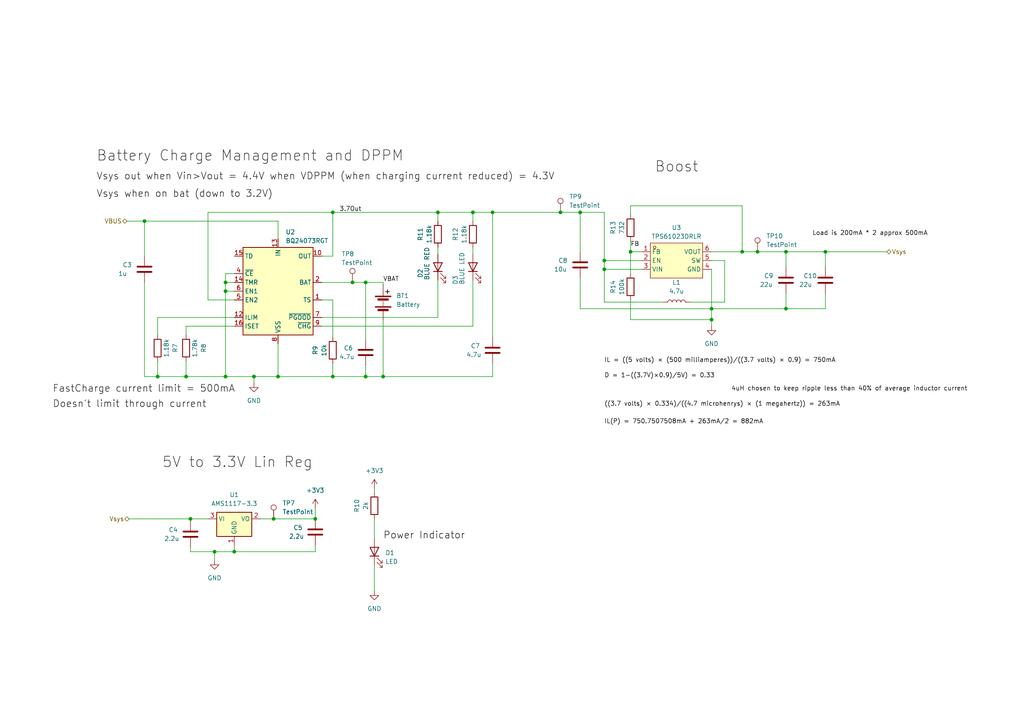
<source format=kicad_sch>
(kicad_sch (version 20230121) (generator eeschema)
  (paper "A4")
  (lib_symbols
    (symbol "Battery_Management:BQ24073RGT"
      (property "Reference" "U" (at -8.89 13.97 0))
      (property "Value" "BQ24073RGT" (at 16.51 13.97 0))
      (symbol "BQ24073RGT_0_1"
        (rectangle (start -10.16 12.7) (end 10.16 -12.7) (stroke (width 0.254)) (fill (type background)))
      )
      (symbol "BQ24073RGT_1_1"
        (pin passive line (at 12.7 -2.54 180) (length 2.54) (name "TS") (number "1"))
        (pin power_out line (at 12.7 10.16 180) (length 2.54) (name "OUT") (number "10"))
        (pin passive line (at 12.7 10.16 180) (length 2.54) hide (name "OUT") (number "11"))
        (pin passive line (at -12.7 -7.62 0) (length 2.54) (name "ILIM") (number "12"))
        (pin power_in line (at 0 15.24 270) (length 2.54) (name "IN") (number "13"))
        (pin input line (at -12.7 2.54 0) (length 2.54) (name "TMR") (number "14"))
        (pin input line (at -12.7 10.16 0) (length 2.54) (name "TD") (number "15"))
        (pin passive line (at -12.7 -10.16 0) (length 2.54) (name "ISET") (number "16"))
        (pin passive line (at 0 -15.24 90) (length 2.54) hide (name "VSS") (number "17"))
        (pin power_out line (at 12.7 2.54 180) (length 2.54) (name "BAT") (number "2"))
        (pin passive line (at 12.7 2.54 180) (length 2.54) hide (name "BAT") (number "3"))
        (pin input line (at -12.7 5.08 0) (length 2.54) (name "~{CE}") (number "4"))
        (pin input line (at -12.7 -2.54 0) (length 2.54) (name "EN2") (number "5"))
        (pin input line (at -12.7 0 0) (length 2.54) (name "EN1") (number "6"))
        (pin open_collector line (at 12.7 -7.62 180) (length 2.54) (name "~{PGOOD}") (number "7"))
        (pin power_in line (at 0 -15.24 90) (length 2.54) (name "VSS") (number "8"))
        (pin open_collector line (at 12.7 -10.16 180) (length 2.54) (name "~{CHG}") (number "9"))
      )
    )
    (symbol "Connector:TestPoint" (pin_numbers hide) (pin_names (offset 0.762) hide)
      (property "Reference" "TP" (at 0 6.858 0))
      (property "Value" "TestPoint" (at 0 5.08 0))
      (symbol "TestPoint_0_1"
        (circle (center 0 3.302) (radius 0.762))
      )
      (symbol "TestPoint_1_1"
        (pin passive line (at 0 0 90) (length 2.54) (name "1") (number "1"))
      )
    )
    (symbol "Device:Battery" (pin_numbers hide) (pin_names (offset 0) hide)
      (property "Reference" "BT" (at 2.54 2.54 0))
      (property "Value" "Battery" (at 2.54 0 0))
      (symbol "Battery_0_1"
        (rectangle (start -2.286 -1.27) (end 2.286 -1.524) (fill (type outline)))
        (rectangle (start -2.286 1.778) (end 2.286 1.524) (fill (type outline)))
        (rectangle (start -1.524 -2.032) (end 1.524 -2.54) (fill (type outline)))
        (rectangle (start -1.524 1.016) (end 1.524 0.508) (fill (type outline)))
        (polyline (pts (xy 0 -1.016) (xy 0 -0.762)))
        (polyline (pts (xy 0 -0.508) (xy 0 -0.254)))
        (polyline (pts (xy 0 0) (xy 0 0.254)))
        (polyline (pts (xy 0 1.778) (xy 0 2.54)))
        (polyline (pts (xy 0.762 3.048) (xy 1.778 3.048)) (stroke (width 0.254)))
        (polyline (pts (xy 1.27 3.556) (xy 1.27 2.54)) (stroke (width 0.254)))
      )
      (symbol "Battery_1_1"
        (pin passive line (at 0 5.08 270) (length 2.54) (name "+") (number "1"))
        (pin passive line (at 0 -5.08 90) (length 2.54) (name "-") (number "2"))
      )
    )
    (symbol "Device:C" (pin_numbers hide) (pin_names (offset 0.254))
      (property "Reference" "C" (at 0.635 2.54 0))
      (property "Value" "C" (at 0.635 -2.54 0))
      (symbol "C_0_1"
        (polyline (pts (xy -2.032 -0.762) (xy 2.032 -0.762)) (stroke (width 0.508)))
        (polyline (pts (xy -2.032 0.762) (xy 2.032 0.762)) (stroke (width 0.508)))
      )
      (symbol "C_1_1"
        (pin passive line (at 0 3.81 270) (length 2.794) (name "~") (number "1"))
        (pin passive line (at 0 -3.81 90) (length 2.794) (name "~") (number "2"))
      )
    )
    (symbol "Device:L" (pin_numbers hide) (pin_names (offset 1.016) hide)
      (property "Reference" "L" (at -1.27 0 90))
      (property "Value" "L" (at 1.905 0 90))
      (symbol "L_0_1"
        (arc (start 0 -2.54) (mid 0.6323 -1.905) (end 0 -1.27))
        (arc (start 0 -1.27) (mid 0.6323 -0.635) (end 0 0))
        (arc (start 0 0) (mid 0.6323 0.635) (end 0 1.27))
        (arc (start 0 1.27) (mid 0.6323 1.905) (end 0 2.54))
      )
      (symbol "L_1_1"
        (pin passive line (at 0 3.81 270) (length 1.27) (name "1") (number "1"))
        (pin passive line (at 0 -3.81 90) (length 1.27) (name "2") (number "2"))
      )
    )
    (symbol "Device:LED" (pin_numbers hide) (pin_names (offset 1.016) hide)
      (property "Reference" "D" (at 0 2.54 0))
      (property "Value" "LED" (at 0 -2.54 0))
      (symbol "LED_0_1"
        (polyline (pts (xy -1.27 -1.27) (xy -1.27 1.27)) (stroke (width 0.254)))
        (polyline (pts (xy -1.27 0) (xy 1.27 0)))
        (polyline (pts (xy 1.27 -1.27) (xy 1.27 1.27) (xy -1.27 0) (xy 1.27 -1.27)) (stroke (width 0.254)))
        (polyline (pts (xy -3.048 -0.762) (xy -4.572 -2.286) (xy -3.81 -2.286) (xy -4.572 -2.286) (xy -4.572 -1.524)))
        (polyline (pts (xy -1.778 -0.762) (xy -3.302 -2.286) (xy -2.54 -2.286) (xy -3.302 -2.286) (xy -3.302 -1.524)))
      )
      (symbol "LED_1_1"
        (pin passive line (at -3.81 0 0) (length 2.54) (name "K") (number "1"))
        (pin passive line (at 3.81 0 180) (length 2.54) (name "A") (number "2"))
      )
    )
    (symbol "Device:R" (pin_numbers hide) (pin_names (offset 0))
      (property "Reference" "R" (at 2.032 0 90))
      (property "Value" "R" (at 0 0 90))
      (symbol "R_0_1"
        (rectangle (start -1.016 -2.54) (end 1.016 2.54) (stroke (width 0.254)))
      )
      (symbol "R_1_1"
        (pin passive line (at 0 3.81 270) (length 1.27) (name "~") (number "1"))
        (pin passive line (at 0 -3.81 90) (length 1.27) (name "~") (number "2"))
      )
    )
    (symbol "Regulator_Linear:AMS1117-3.3"
      (property "Reference" "U" (at -3.81 3.175 0))
      (property "Value" "AMS1117-3.3" (at 0 3.175 0))
      (symbol "AMS1117-3.3_0_1"
        (rectangle (start -5.08 -5.08) (end 5.08 1.905) (stroke (width 0.254)) (fill (type background)))
      )
      (symbol "AMS1117-3.3_1_1"
        (pin power_in line (at 0 -7.62 90) (length 2.54) (name "GND") (number "1"))
        (pin power_out line (at 7.62 0 180) (length 2.54) (name "VO") (number "2"))
        (pin power_in line (at -7.62 0 0) (length 2.54) (name "VI") (number "3"))
      )
    )
    (symbol "easyeda2kicad:TPS61023DRLR"
      (property "Reference" "U" (at 0 7.62 0))
      (property "Value" "TPS61023DRLR" (at 0 -7.62 0))
      (symbol "TPS61023DRLR_0_1"
        (rectangle (start -7.62 5.08) (end 7.62 -5.08) (fill (type background)))
        (circle (center -6.35 3.81) (radius 0.38))
        (pin unspecified line (at -10.16 2.54 0) (length 2.54) (name "FB") (number "1"))
        (pin unspecified line (at -10.16 0 0) (length 2.54) (name "EN") (number "2"))
        (pin unspecified line (at -10.16 -2.54 0) (length 2.54) (name "VIN") (number "3"))
        (pin unspecified line (at 10.16 -2.54 180) (length 2.54) (name "GND") (number "4"))
        (pin unspecified line (at 10.16 0 180) (length 2.54) (name "SW") (number "5"))
        (pin unspecified line (at 10.16 2.54 180) (length 2.54) (name "VOUT") (number "6"))
      )
    )
    (symbol "power:+3V3" (power) (pin_names (offset 0))
      (property "Value" "+3V3" (at 0 3.556 0))
      (symbol "+3V3_0_1"
        (polyline (pts (xy -0.762 1.27) (xy 0 2.54)))
        (polyline (pts (xy 0 0) (xy 0 2.54)))
        (polyline (pts (xy 0 2.54) (xy 0.762 1.27)))
      )
      (symbol "+3V3_1_1"
        (pin power_in line (at 0 0 90) (length 0) hide (name "+3V3") (number "1"))
      )
    )
    (symbol "power:GND" (power) (pin_names (offset 0))
      (property "Value" "GND" (at 0 -3.81 0))
      (symbol "GND_0_1"
        (polyline (pts (xy 0 0) (xy 0 -1.27) (xy 1.27 -1.27) (xy 0 -2.54) (xy -1.27 -1.27) (xy 0 -1.27)))
      )
      (symbol "GND_1_1"
        (pin power_in line (at 0 0 270) (length 0) hide (name "GND") (number "1"))
      )
    )
  )
  (junction (at 53.975 109.22))
  (junction (at 227.965 73.025))
  (junction (at 106.045 109.22))
  (junction (at 127 61.595))
  (junction (at 106.045 81.915))
  (junction (at 41.91 64.135))
  (junction (at 206.375 92.71))
  (junction (at 67.945 160.02))
  (junction (at 73.66 109.22))
  (junction (at 55.245 150.495))
  (junction (at 96.52 61.595))
  (junction (at 65.405 109.22))
  (junction (at 65.405 81.915))
  (junction (at 162.56 61.595))
  (junction (at 137.16 61.595))
  (junction (at 65.405 84.455))
  (junction (at 175.26 75.565))
  (junction (at 175.26 78.105))
  (junction (at 168.275 61.595))
  (junction (at 219.71 73.025))
  (junction (at 45.72 109.22))
  (junction (at 80.645 109.22))
  (junction (at 79.375 150.495))
  (junction (at 227.965 89.535))
  (junction (at 215.265 73.025))
  (junction (at 91.44 150.495))
  (junction (at 182.88 73.025))
  (junction (at 96.52 109.22))
  (junction (at 142.875 61.595))
  (junction (at 239.395 73.025))
  (junction (at 62.23 160.02))
  (junction (at 102.235 81.915))
  (junction (at 206.375 89.535))
  (junction (at 111.125 109.22))
  (wire (pts (xy 182.88 92.71) (xy 206.375 92.71)))
  (wire (pts (xy 137.16 61.595) (xy 142.875 61.595)))
  (wire (pts (xy 137.16 64.135) (xy 137.16 61.595)))
  (wire (pts (xy 62.23 160.02) (xy 62.23 162.56)))
  (wire (pts (xy 106.045 98.425) (xy 106.045 81.915)))
  (wire (pts (xy 41.91 64.135) (xy 41.91 74.295)))
  (wire (pts (xy 91.44 160.02) (xy 91.44 158.115)))
  (wire (pts (xy 175.26 78.105) (xy 186.055 78.105)))
  (wire (pts (xy 79.375 150.495) (xy 91.44 150.495)))
  (wire (pts (xy 65.405 109.22) (xy 73.66 109.22)))
  (wire (pts (xy 182.88 73.025) (xy 182.88 79.375)))
  (wire (pts (xy 60.325 86.995) (xy 60.325 61.595)))
  (wire (pts (xy 175.26 75.565) (xy 186.055 75.565)))
  (wire (pts (xy 182.88 59.69) (xy 215.265 59.69)))
  (wire (pts (xy 55.245 150.495) (xy 60.325 150.495)))
  (wire (pts (xy 162.56 61.595) (xy 168.275 61.595)))
  (wire (pts (xy 111.125 82.55) (xy 111.125 81.915)))
  (wire (pts (xy 239.395 89.535) (xy 227.965 89.535)))
  (wire (pts (xy 168.275 61.595) (xy 168.275 73.025)))
  (wire (pts (xy 182.88 69.85) (xy 182.88 73.025)))
  (wire (pts (xy 53.975 104.775) (xy 53.975 109.22)))
  (wire (pts (xy 127 73.66) (xy 127 71.755)))
  (wire (pts (xy 106.045 106.045) (xy 106.045 109.22)))
  (wire (pts (xy 41.91 81.915) (xy 41.91 109.22)))
  (wire (pts (xy 45.72 92.075) (xy 67.945 92.075)))
  (wire (pts (xy 206.375 92.71) (xy 206.375 94.615)))
  (wire (pts (xy 96.52 105.41) (xy 96.52 109.22)))
  (wire (pts (xy 175.26 61.595) (xy 175.26 75.565)))
  (wire (pts (xy 36.83 64.135) (xy 41.91 64.135)))
  (wire (pts (xy 93.345 86.995) (xy 96.52 86.995)))
  (wire (pts (xy 67.945 79.375) (xy 65.405 79.375)))
  (wire (pts (xy 96.52 109.22) (xy 106.045 109.22)))
  (wire (pts (xy 67.945 84.455) (xy 65.405 84.455)))
  (wire (pts (xy 142.875 109.22) (xy 111.125 109.22)))
  (wire (pts (xy 55.245 160.02) (xy 62.23 160.02)))
  (wire (pts (xy 168.275 89.535) (xy 168.275 80.645)))
  (wire (pts (xy 200.025 87.63) (xy 210.185 87.63)))
  (wire (pts (xy 175.26 87.63) (xy 192.405 87.63)))
  (wire (pts (xy 102.235 81.915) (xy 106.045 81.915)))
  (wire (pts (xy 215.265 73.025) (xy 219.71 73.025)))
  (wire (pts (xy 227.965 85.09) (xy 227.965 89.535)))
  (wire (pts (xy 65.405 84.455) (xy 65.405 109.22)))
  (wire (pts (xy 96.52 97.79) (xy 96.52 86.995)))
  (wire (pts (xy 65.405 79.375) (xy 65.405 81.915)))
  (wire (pts (xy 53.975 94.615) (xy 53.975 97.155)))
  (wire (pts (xy 142.875 61.595) (xy 142.875 97.79)))
  (wire (pts (xy 45.72 109.22) (xy 53.975 109.22)))
  (wire (pts (xy 60.325 61.595) (xy 96.52 61.595)))
  (wire (pts (xy 80.645 109.22) (xy 96.52 109.22)))
  (wire (pts (xy 182.88 73.025) (xy 186.055 73.025)))
  (wire (pts (xy 127 61.595) (xy 127 64.135)))
  (wire (pts (xy 67.945 94.615) (xy 53.975 94.615)))
  (wire (pts (xy 91.44 150.495) (xy 91.44 147.32)))
  (wire (pts (xy 127 61.595) (xy 137.16 61.595)))
  (wire (pts (xy 108.585 163.83) (xy 108.585 171.45)))
  (wire (pts (xy 215.265 59.69) (xy 215.265 73.025)))
  (wire (pts (xy 175.26 75.565) (xy 175.26 78.105)))
  (wire (pts (xy 73.66 109.22) (xy 73.66 111.125)))
  (wire (pts (xy 227.965 77.47) (xy 227.965 73.025)))
  (wire (pts (xy 106.045 81.915) (xy 111.125 81.915)))
  (wire (pts (xy 175.26 87.63) (xy 175.26 78.105)))
  (wire (pts (xy 257.175 73.025) (xy 239.395 73.025)))
  (wire (pts (xy 239.395 77.47) (xy 239.395 73.025)))
  (wire (pts (xy 73.66 109.22) (xy 80.645 109.22)))
  (wire (pts (xy 80.645 64.135) (xy 80.645 69.215)))
  (wire (pts (xy 67.945 160.02) (xy 67.945 158.115)))
  (wire (pts (xy 45.72 104.775) (xy 45.72 109.22)))
  (wire (pts (xy 96.52 61.595) (xy 127 61.595)))
  (wire (pts (xy 55.245 151.13) (xy 55.245 150.495)))
  (wire (pts (xy 53.975 109.22) (xy 65.405 109.22)))
  (wire (pts (xy 206.375 89.535) (xy 206.375 92.71)))
  (wire (pts (xy 239.395 73.025) (xy 227.965 73.025)))
  (wire (pts (xy 206.375 89.535) (xy 227.965 89.535)))
  (wire (pts (xy 239.395 85.09) (xy 239.395 89.535)))
  (wire (pts (xy 127 81.28) (xy 127 92.075)))
  (wire (pts (xy 137.16 73.66) (xy 137.16 71.755)))
  (wire (pts (xy 45.72 97.155) (xy 45.72 92.075)))
  (wire (pts (xy 111.125 92.71) (xy 111.125 109.22)))
  (wire (pts (xy 67.945 160.02) (xy 91.44 160.02)))
  (wire (pts (xy 206.375 78.105) (xy 206.375 89.535)))
  (wire (pts (xy 37.465 150.495) (xy 55.245 150.495)))
  (wire (pts (xy 75.565 150.495) (xy 79.375 150.495)))
  (wire (pts (xy 93.345 94.615) (xy 137.16 94.615)))
  (wire (pts (xy 67.945 86.995) (xy 60.325 86.995)))
  (wire (pts (xy 210.185 75.565) (xy 206.375 75.565)))
  (wire (pts (xy 96.52 61.595) (xy 96.52 74.295)))
  (wire (pts (xy 108.585 150.495) (xy 108.585 156.21)))
  (wire (pts (xy 62.23 160.02) (xy 67.945 160.02)))
  (wire (pts (xy 106.045 109.22) (xy 111.125 109.22)))
  (wire (pts (xy 108.585 141.605) (xy 108.585 142.875)))
  (wire (pts (xy 93.345 92.075) (xy 127 92.075)))
  (wire (pts (xy 80.645 99.695) (xy 80.645 109.22)))
  (wire (pts (xy 65.405 84.455) (xy 65.405 81.915)))
  (wire (pts (xy 93.345 74.295) (xy 96.52 74.295)))
  (wire (pts (xy 137.16 81.28) (xy 137.16 94.615)))
  (wire (pts (xy 93.345 81.915) (xy 102.235 81.915)))
  (wire (pts (xy 168.275 89.535) (xy 206.375 89.535)))
  (wire (pts (xy 142.875 61.595) (xy 162.56 61.595)))
  (wire (pts (xy 41.91 109.22) (xy 45.72 109.22)))
  (wire (pts (xy 55.245 160.02) (xy 55.245 158.75)))
  (wire (pts (xy 182.88 59.69) (xy 182.88 62.23)))
  (wire (pts (xy 65.405 81.915) (xy 67.945 81.915)))
  (wire (pts (xy 142.875 105.41) (xy 142.875 109.22)))
  (wire (pts (xy 210.185 87.63) (xy 210.185 75.565)))
  (wire (pts (xy 215.265 73.025) (xy 206.375 73.025)))
  (wire (pts (xy 227.965 73.025) (xy 219.71 73.025)))
  (wire (pts (xy 182.88 86.995) (xy 182.88 92.71)))
  (wire (pts (xy 41.91 64.135) (xy 80.645 64.135)))
  (wire (pts (xy 168.275 61.595) (xy 175.26 61.595)))
  (label "Boost" (at 189.865 50.8 0) (effects (font (size 3 3))))
  (label "Power Indicator" (at 111.125 156.845 0) (effects (font (size 2 2))))
  (label "Doesn't limit through current" (at 15.24 118.745 0) (effects (font (size 2 2))))
  (label "4uH chosen to keep ripple less than 40% of average inductor current" (at 212.09 113.665 0))
  (label "FastCharge current limit = 500mA" (at 15.24 114.3 0) (effects (font (size 2 2))))
  (label "((3.7 volts) × 0.334){slash}((4.7 microhenrys) × (1 megahertz)) = 263mA" (at 175.26 118.11 0))
  (label "Vsys when on bat (down to 3.2V)" (at 27.94 57.785 0) (effects (font (size 2 2))))
  (label "5V to 3.3V Lin Reg" (at 46.99 136.525 0) (effects (font (size 3 3))))
  (label "VBAT" (at 111.125 81.915 0))
  (label "Battery Charge Management and DPPM" (at 27.94 47.625 0) (effects (font (size 3 3))))
  (label "D = 1−((3.7V)×0.9){slash}5V) = 0.33" (at 175.26 109.855 0))
  (label "IL(P) = 750.750 750 8 mA + 263mA{slash}2 = 882mA" (at 175.26 123.19 0))
  (label "Load is 200mA * 2 approx 500mA" (at 235.585 68.58 0))
  (label "3.7Out" (at 98.425 61.595 0))
  (label "FB" (at 182.88 71.755 0))
  (label "Vsys out when Vin>Vout = 4.4V when VDPPM (when charging current reduced) = 4.3V" (at 27.94 52.705 0) (effects (font (size 2 2))))
  (label "IL = ((5 volts) × (500 milliamperes)){slash}((3.7 volts) × 0.9) = 750mA" (at 175.26 105.41 0))
  (hierarchical_label "VBUS" (shape bidirectional) (at 36.83 64.135 180))
  (hierarchical_label "Vsys" (shape bidirectional) (at 257.175 73.025 0))
  (hierarchical_label "Vsys" (shape bidirectional) (at 37.465 150.495 180))
  (symbol (lib_id "Device:LED") (at 108.585 160.02 90) (unit 1)
    (property "Reference" "D1" (at 111.76 160.3375 90) (effects (justify right)))
    (property "Value" "LED" (at 111.76 162.8775 90) (effects (justify right)))
    (property "Footprint" "LED_SMD:LED_0603_1608Metric_Pad1.05x0.95mm_HandSolder" (effects hide))
    (instances (project "Combine" (path "" (reference "D1") (unit 1))) (project "Dock" (path "" (reference "D5") (unit 1))))
  )
  (symbol (lib_id "Device:L") (at 196.215 87.63 90) (unit 1)
    (property "Reference" "L1" (at 196.215 81.915 90))
    (property "Value" "4.7u" (at 196.215 84.455 90))
    (property "Footprint" "easyeda2kicad:IND-SMD_L5.2-W5.2_YSPI0530" (effects hide))
    (property "LCSC Part" "C2836880" (effects hide))
  )
  (symbol (lib_id "Device:R") (at 53.975 100.965 0) (unit 1)
    (property "Reference" "R8" (at 59.055 100.965 90))
    (property "Value" "1.78k" (at 56.515 100.965 90))
    (property "Footprint" "Resistor_SMD:R_0402_1005Metric_Pad0.72x0.64mm_HandSolder" (effects hide))
    (property "LCSC Part" "C5121514" (effects hide))
    (instances (project "Combine" (path "" (reference "R8") (unit 1))) (project "Dock" (path "" (reference "R12") (unit 1)) (path "" (reference "R14") (unit 1))) (project "BLEEarrings" (path "" (reference "R8") (unit 1)) (path "" (reference "R2") (unit 1))))
  )
  (symbol (lib_id "Connector:TestPoint") (at 102.235 81.915 0) (unit 1)
    (property "Reference" "TP8" (at 99.06 73.66 0) (effects (justify left)))
    (property "Value" "TestPoint" (at 99.06 76.2 0) (effects (justify left)))
    (property "Footprint" "TestPoint:TestPoint_Pad_D1.0mm" (effects hide))
    (instances (project "Combine" (path "" (reference "TP8") (unit 1))) (project "Dock" (path "" (reference "TP1") (unit 1)) (path "" (reference "TP8") (unit 1))))
  )
  (symbol (lib_id "Device:R") (at 137.16 67.945 180) (unit 1)
    (property "Reference" "R12" (at 132.08 67.945 90))
    (property "Value" "1.18k" (at 134.62 67.945 90))
    (property "Footprint" "Resistor_SMD:R_0402_1005Metric_Pad0.72x0.64mm_HandSolder" (effects hide))
    (property "LCSC Part" "C3016052" (effects hide))
    (instances (project "Combine" (path "" (reference "R12") (unit 1))) (project "Dock" (path "" (reference "R12") (unit 1)) (path "" (reference "R16") (unit 1))) (project "BLEEarrings" (path "" (reference "R8") (unit 1)) (path "" (reference "R2") (unit 1))))
  )
  (symbol (lib_id "Device:C") (at 106.045 102.235 0) (unit 1)
    (property "Reference" "C6" (at 99.695 100.965 0) (effects (justify left)))
    (property "Value" "4.7u" (at 98.425 103.505 0) (effects (justify left)))
    (property "Footprint" "Capacitor_SMD:C_0402_1005Metric_Pad0.74x0.62mm_HandSolder" (effects hide))
    (property "LCSC Part" "C307423 " (effects hide))
    (instances (project "Combine" (path "" (reference "C6") (unit 1))) (project "Dock" (path "" (reference "C12") (unit 1))) (project "BLEEarrings" (path "" (reference "C2") (unit 1)) (path "" (reference "C18") (unit 1))))
  )
  (symbol (lib_id "Device:C") (at 239.395 81.28 0) (unit 1)
    (property "Reference" "C10" (at 233.045 80.01 0) (effects (justify left)))
    (property "Value" "22u" (at 231.775 82.55 0) (effects (justify left)))
    (property "Footprint" "Capacitor_SMD:C_0603_1608Metric_Pad1.08x0.95mm_HandSolder" (effects hide))
    (property "LCSC Part" "C59461" (effects hide))
    (instances (project "Combine" (path "" (reference "C10") (unit 1))) (project "Dock" (path "" (reference "C17") (unit 1))) (project "BLEEarrings" (path "" (reference "C2") (unit 1)) (path "" (reference "C18") (unit 1))))
  )
  (symbol (lib_id "Device:C") (at 55.245 154.94 0) (unit 1)
    (property "Reference" "C4" (at 48.895 153.67 0) (effects (justify left)))
    (property "Value" "2.2u" (at 47.625 156.21 0) (effects (justify left)))
    (property "Footprint" "Capacitor_SMD:C_0402_1005Metric_Pad0.74x0.62mm_HandSolder" (effects hide))
    (property "LCSC Part" "C12530" (effects hide))
    (instances (project "Combine" (path "" (reference "C4") (unit 1))) (project "Dock" (path "" (reference "C13") (unit 1))) (project "BLEEarrings" (path "" (reference "C2") (unit 1)) (path "" (reference "C18") (unit 1))))
  )
  (symbol (lib_id "Device:C") (at 227.965 81.28 0) (unit 1)
    (property "Reference" "C9" (at 221.615 80.01 0) (effects (justify left)))
    (property "Value" "22u" (at 220.345 82.55 0) (effects (justify left)))
    (property "Footprint" "Capacitor_SMD:C_0603_1608Metric_Pad1.08x0.95mm_HandSolder" (effects hide))
    (property "LCSC Part" "C59461" (effects hide))
    (instances (project "Combine" (path "" (reference "C9") (unit 1))) (project "Dock" (path "" (reference "C16") (unit 1))) (project "BLEEarrings" (path "" (reference "C2") (unit 1)) (path "" (reference "C18") (unit 1))))
  )
  (symbol (lib_id "Connector:TestPoint") (at 162.56 61.595 0) (unit 1)
    (property "Reference" "TP9" (at 165.1 57.023 0) (effects (justify left)))
    (property "Value" "TestPoint" (at 165.1 59.563 0) (effects (justify left)))
    (property "Footprint" "TestPoint:TestPoint_Pad_D1.0mm" (effects hide))
    (instances (project "Combine" (path "" (reference "TP9") (unit 1))) (project "Dock" (path "" (reference "TP1") (unit 1)) (path "" (reference "TP7") (unit 1))))
  )
  (symbol (lib_id "power:GND") (at 108.585 171.45 0) (unit 1)
    (property "Reference" "#PWR010" (effects hide))
    (property "Value" "GND" (at 108.585 176.53 0))
    (instances (project "Combine" (path "" (reference "#PWR010") (unit 1))) (project "Dock" (path "" (reference "#PWR023") (unit 1))) (project "BLEEarrings" (path "" (reference "#PWR04") (unit 1)) (path "" (reference "#PWR04") (unit 1))))
  )
  (symbol (lib_id "Device:LED") (at 127 77.47 90) (unit 1)
    (property "Reference" "D2" (at 121.92 80.645 0) (effects (justify left)))
    (property "Value" "BLUE RED" (at 123.825 81.28 0) (effects (justify left)))
    (property "Footprint" "easyeda2kicad:SideStuckLED" (effects hide))
    (property "LCSC Part" "C389517" (effects hide))
    (instances (project "Combine" (path "" (reference "D2") (unit 1))) (project "Dock" (path "" (reference "D1") (unit 1)) (path "" (reference "D4") (unit 1))))
  )
  (symbol (lib_id "Device:R") (at 182.88 83.185 180) (unit 1)
    (property "Reference" "R14" (at 177.8 83.185 90))
    (property "Value" "100k" (at 180.34 83.185 90))
    (property "Footprint" "Resistor_SMD:R_0402_1005Metric_Pad0.72x0.64mm_HandSolder" (effects hide))
    (property "LCSC Part" "C60491 " (effects hide))
    (instances (project "Combine" (path "" (reference "R14") (unit 1))) (project "Dock" (path "" (reference "R12") (unit 1)) (path "" (reference "R19") (unit 1))) (project "BLEEarrings" (path "" (reference "R8") (unit 1)) (path "" (reference "R2") (unit 1))))
  )
  (symbol (lib_id "power:+3V3") (at 91.44 147.32 0) (unit 1)
    (property "Reference" "#PWR08" (effects hide))
    (property "Value" "+3V3" (at 91.44 142.24 0))
    (instances (project "Combine" (path "" (reference "#PWR08") (unit 1))) (project "Dock" (path "" (reference "#PWR025") (unit 1))))
  )
  (symbol (lib_id "easyeda2kicad:TPS61023DRLR") (at 196.215 75.565 0) (unit 1)
    (property "Reference" "U3" (at 196.215 66.04 0))
    (property "Value" "TPS61023DRLR" (at 196.215 68.58 0))
    (property "Footprint" "easyeda2kicad:SOT-563_L1.6-W1.2-P0.50-LS1.6-BR" (effects hide))
    (property "LCSC Part" "C919459" (effects hide))
    (instances (project "Combine" (path "" (reference "U3") (unit 1))) (project "Dock" (path "" (reference "U2") (unit 1))))
  )
  (symbol (lib_id "Device:C") (at 168.275 76.835 0) (unit 1)
    (property "Reference" "C8" (at 161.925 75.565 0) (effects (justify left)))
    (property "Value" "10u" (at 160.655 78.105 0) (effects (justify left)))
    (property "Footprint" "Capacitor_SMD:C_0402_1005Metric_Pad0.74x0.62mm_HandSolder" (effects hide))
    (property "LCSC Part" "C15525 " (effects hide))
    (instances (project "Combine" (path "" (reference "C8") (unit 1))) (project "Dock" (path "" (reference "C15") (unit 1))) (project "BLEEarrings" (path "" (reference "C2") (unit 1)) (path "" (reference "C18") (unit 1))))
  )
  (symbol (lib_id "Device:Battery") (at 111.125 87.63 0) (unit 1)
    (property "Reference" "BT1" (at 114.935 85.7885 0) (effects (justify left)))
    (property "Value" "Battery" (at 114.935 88.3285 0) (effects (justify left)))
    (property "Footprint" "easyeda2kicad:CONN-TH_S2B-PH-K-S-LF-SN" (effects hide))
    (property "LCSC Part" "C173752 " (effects hide))
    (instances (project "Combine" (path "" (reference "BT1") (unit 1))) (project "Dock" (path "" (reference "BT2") (unit 1))))
  )
  (symbol (lib_id "Device:LED") (at 137.16 77.47 90) (unit 1)
    (property "Reference" "D3" (at 132.08 82.55 0) (effects (justify left)))
    (property "Value" "BLUE LED" (at 133.985 82.55 0) (effects (justify left)))
    (property "Footprint" "easyeda2kicad:SideStuckLED" (effects hide))
    (property "LCSC Part" "C7371904 " (effects hide))
    (instances (project "Combine" (path "" (reference "D3") (unit 1))) (project "Dock" (path "" (reference "D1") (unit 1)) (path "" (reference "D3") (unit 1))))
  )
  (symbol (lib_id "Device:C") (at 142.875 101.6 0) (unit 1)
    (property "Reference" "C7" (at 136.525 100.33 0) (effects (justify left)))
    (property "Value" "4.7u" (at 135.255 102.87 0) (effects (justify left)))
    (property "Footprint" "Capacitor_SMD:C_0402_1005Metric_Pad0.74x0.62mm_HandSolder" (effects hide))
    (property "LCSC Part" "C307423 " (effects hide))
    (instances (project "Combine" (path "" (reference "C7") (unit 1))) (project "Dock" (path "" (reference "C6") (unit 1))) (project "BLEEarrings" (path "" (reference "C2") (unit 1)) (path "" (reference "C18") (unit 1))))
  )
  (symbol (lib_id "power:GND") (at 62.23 162.56 0) (unit 1)
    (property "Reference" "#PWR06" (effects hide))
    (property "Value" "GND" (at 62.23 167.64 0))
    (instances (project "Combine" (path "" (reference "#PWR06") (unit 1))) (project "Dock" (path "" (reference "#PWR024") (unit 1))) (project "BLEEarrings" (path "" (reference "#PWR04") (unit 1)) (path "" (reference "#PWR04") (unit 1))))
  )
  (symbol (lib_id "Device:R") (at 96.52 101.6 180) (unit 1)
    (property "Reference" "R9" (at 91.44 101.6 90))
    (property "Value" "10k" (at 93.98 101.6 90))
    (property "Footprint" "Resistor_SMD:R_0402_1005Metric_Pad0.72x0.64mm_HandSolder" (effects hide))
    (property "LCSC Part" "C60490 " (effects hide))
    (instances (project "Combine" (path "" (reference "R9") (unit 1))) (project "Dock" (path "" (reference "R12") (unit 1)) (path "" (reference "R18") (unit 1))) (project "BLEEarrings" (path "" (reference "R8") (unit 1)) (path "" (reference "R2") (unit 1))))
  )
  (symbol (lib_id "Connector:TestPoint") (at 79.375 150.495 0) (unit 1)
    (property "Reference" "TP7" (at 81.915 145.923 0) (effects (justify left)))
    (property "Value" "TestPoint" (at 81.915 148.463 0) (effects (justify left)))
    (property "Footprint" "TestPoint:TestPoint_Pad_D1.0mm" (effects hide))
    (instances (project "Combine" (path "" (reference "TP7") (unit 1))) (project "Dock" (path "" (reference "TP1") (unit 1)) (path "" (reference "TP10") (unit 1))))
  )
  (symbol (lib_id "Connector:TestPoint") (at 219.71 73.025 0) (unit 1)
    (property "Reference" "TP10" (at 222.25 68.453 0) (effects (justify left)))
    (property "Value" "TestPoint" (at 222.25 70.993 0) (effects (justify left)))
    (property "Footprint" "TestPoint:TestPoint_Pad_D1.0mm" (effects hide))
    (instances (project "Combine" (path "" (reference "TP10") (unit 1))) (project "Dock" (path "" (reference "TP1") (unit 1)) (path "" (reference "TP6") (unit 1))))
  )
  (symbol (lib_id "Battery_Management:BQ24073RGT") (at 80.645 84.455 0) (unit 1)
    (property "Reference" "U2" (at 82.8391 67.31 0) (effects (justify left)))
    (property "Value" "BQ24073RGT" (at 82.8391 69.85 0) (effects (justify left)))
    (property "Footprint" "Package_DFN_QFN:VQFN-16-1EP_3x3mm_P0.5mm_EP1.6x1.6mm" (effects hide))
    (property "Datasheet" "http://www.ti.com/lit/ds/symlink/bq24073.pdf" (effects hide))
    (property "LCSC Part" "C15220 " (effects hide))
    (instances (project "Combine" (path "" (reference "U2") (unit 1))) (project "Dock" (path "" (reference "U4") (unit 1))))
  )
  (symbol (lib_id "Device:R") (at 108.585 146.685 180) (unit 1)
    (property "Reference" "R10" (at 103.505 146.685 90))
    (property "Value" "2k" (at 106.045 146.685 90))
    (property "Footprint" "Resistor_SMD:R_0402_1005Metric_Pad0.72x0.64mm_HandSolder" (effects hide))
    (property "LCSC Part" "C3016052" (effects hide))
    (instances (project "Combine" (path "" (reference "R10") (unit 1))) (project "Dock" (path "" (reference "R12") (unit 1)) (path "" (reference "R21") (unit 1))) (project "BLEEarrings" (path "" (reference "R8") (unit 1)) (path "" (reference "R2") (unit 1))))
  )
  (symbol (lib_id "Device:C") (at 91.44 154.305 0) (unit 1)
    (property "Reference" "C5" (at 85.09 153.035 0) (effects (justify left)))
    (property "Value" "2.2u" (at 83.82 155.575 0) (effects (justify left)))
    (property "Footprint" "Capacitor_SMD:C_0402_1005Metric_Pad0.74x0.62mm_HandSolder" (effects hide))
    (property "LCSC Part" "C12530" (effects hide))
    (instances (project "Combine" (path "" (reference "C5") (unit 1))) (project "Dock" (path "" (reference "C14") (unit 1))) (project "BLEEarrings" (path "" (reference "C2") (unit 1)) (path "" (reference "C18") (unit 1))))
  )
  (symbol (lib_id "power:GND") (at 206.375 94.615 0) (unit 1)
    (property "Reference" "#PWR011" (effects hide))
    (property "Value" "GND" (at 206.375 99.695 0))
    (instances (project "Combine" (path "" (reference "#PWR011") (unit 1))) (project "Dock" (path "" (reference "#PWR020") (unit 1))) (project "BLEEarrings" (path "" (reference "#PWR04") (unit 1)) (path "" (reference "#PWR04") (unit 1))))
  )
  (symbol (lib_id "power:+3V3") (at 108.585 141.605 0) (unit 1)
    (property "Reference" "#PWR09" (effects hide))
    (property "Value" "+3V3" (at 108.585 136.525 0))
    (instances (project "Combine" (path "" (reference "#PWR09") (unit 1))) (project "Dock" (path "" (reference "#PWR022") (unit 1))))
  )
  (symbol (lib_id "Device:C") (at 41.91 78.105 0) (unit 1)
    (property "Reference" "C3" (at 35.56 76.835 0) (effects (justify left)))
    (property "Value" "1u" (at 34.29 79.375 0) (effects (justify left)))
    (property "Footprint" "Capacitor_SMD:C_0402_1005Metric_Pad0.74x0.62mm_HandSolder" (effects hide))
    (property "LCSC Part" "C14445 " (effects hide))
    (instances (project "Combine" (path "" (reference "C3") (unit 1))) (project "Dock" (path "" (reference "C5") (unit 1))) (project "BLEEarrings" (path "" (reference "C2") (unit 1)) (path "" (reference "C18") (unit 1))))
  )
  (symbol (lib_id "Device:R") (at 182.88 66.04 180) (unit 1)
    (property "Reference" "R13" (at 177.8 66.04 90))
    (property "Value" "732" (at 180.34 66.04 90))
    (property "Footprint" "Resistor_SMD:R_0402_1005Metric_Pad0.72x0.64mm_HandSolder" (effects hide))
    (property "LCSC Part" "C137939" (effects hide))
    (instances (project "Combine" (path "" (reference "R13") (unit 1))) (project "Dock" (path "" (reference "R12") (unit 1)) (path "" (reference "R20") (unit 1))) (project "BLEEarrings" (path "" (reference "R8") (unit 1)) (path "" (reference "R2") (unit 1))))
  )
  (symbol (lib_id "Regulator_Linear:AMS1117-3.3") (at 67.945 150.495 0) (unit 1)
    (property "Reference" "U1" (at 67.945 143.51 0))
    (property "Value" "AMS1117-3.3" (at 67.945 146.05 0))
    (property "Footprint" "Package_TO_SOT_SMD:SOT-223-3_TabPin2" (effects hide))
    (property "Datasheet" "http://www.advanced-monolithic.com/pdf/ds1117.pdf" (effects hide))
    (property "LCSC Part" "N/A" (effects hide))
    (instances (project "Combine" (path "" (reference "U1") (unit 1))) (project "Dock" (path "" (reference "U3") (unit 1))))
  )
  (symbol (lib_id "Device:R") (at 45.72 100.965 0) (unit 1)
    (property "Reference" "R7" (at 50.8 100.965 90))
    (property "Value" "1.18k" (at 48.26 100.965 90))
    (property "Footprint" "Resistor_SMD:R_0402_1005Metric_Pad0.72x0.64mm_HandSolder" (effects hide))
    (property "LCSC Part" "C3016052" (effects hide))
    (instances (project "Combine" (path "" (reference "R7") (unit 1))) (project "Dock" (path "" (reference "R12") (unit 1)) (path "" (reference "R15") (unit 1))) (project "BLEEarrings" (path "" (reference "R8") (unit 1)) (path "" (reference "R2") (unit 1))))
  )
  (symbol (lib_id "Device:R") (at 127 67.945 180) (unit 1)
    (property "Reference" "R11" (at 121.92 67.945 90))
    (property "Value" "1.18k" (at 124.46 67.945 90))
    (property "Footprint" "Resistor_SMD:R_0402_1005Metric_Pad0.72x0.64mm_HandSolder" (effects hide))
    (property "LCSC Part" "C3016052" (effects hide))
    (instances (project "Combine" (path "" (reference "R11") (unit 1))) (project "Dock" (path "" (reference "R12") (unit 1)) (path "" (reference "R17") (unit 1))) (project "BLEEarrings" (path "" (reference "R8") (unit 1)) (path "" (reference "R2") (unit 1))))
  )
  (symbol (lib_id "power:GND") (at 73.66 111.125 0) (unit 1)
    (property "Reference" "#PWR07" (effects hide))
    (property "Value" "GND" (at 73.66 116.205 0))
    (instances (project "Combine" (path "" (reference "#PWR07") (unit 1))) (project "Dock" (path "" (reference "#PWR021") (unit 1))) (project "BLEEarrings" (path "" (reference "#PWR04") (unit 1)) (path "" (reference "#PWR04") (unit 1))))
  )
)
</source>
